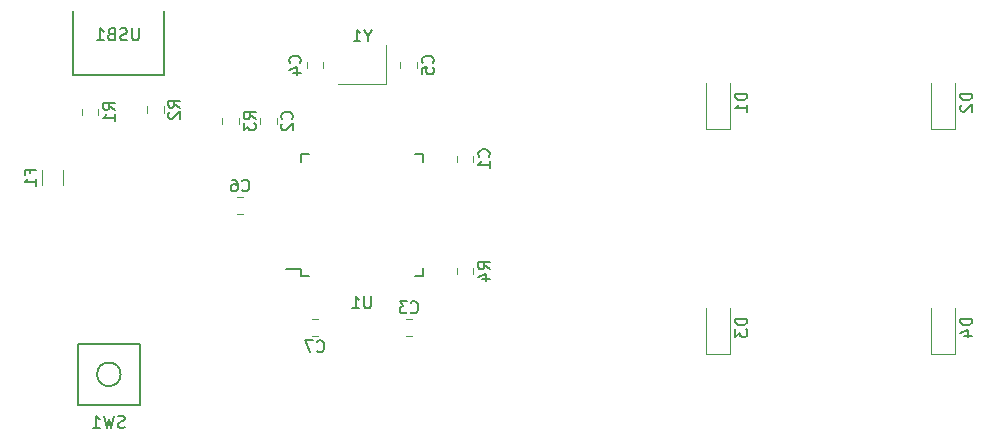
<source format=gbr>
G04 #@! TF.GenerationSoftware,KiCad,Pcbnew,(5.1.4)-1*
G04 #@! TF.CreationDate,2024-07-22T15:45:51+08:00*
G04 #@! TF.ProjectId,samo4k-pcb-test,73616d6f-346b-42d7-9063-622d74657374,rev?*
G04 #@! TF.SameCoordinates,Original*
G04 #@! TF.FileFunction,Legend,Bot*
G04 #@! TF.FilePolarity,Positive*
%FSLAX46Y46*%
G04 Gerber Fmt 4.6, Leading zero omitted, Abs format (unit mm)*
G04 Created by KiCad (PCBNEW (5.1.4)-1) date 2024-07-22 15:45:51*
%MOMM*%
%LPD*%
G04 APERTURE LIST*
%ADD10C,0.120000*%
%ADD11C,0.150000*%
G04 APERTURE END LIST*
D10*
X149637500Y-58800000D02*
X145637500Y-58800000D01*
X149637500Y-55500000D02*
X149637500Y-58800000D01*
D11*
X123150000Y-52578000D02*
X123150000Y-58028000D01*
X130850000Y-52578000D02*
X130850000Y-58028000D01*
X123150000Y-58028000D02*
X130850000Y-58028000D01*
X142462500Y-74450000D02*
X141187500Y-74450000D01*
X152812500Y-75025000D02*
X152137500Y-75025000D01*
X152812500Y-64675000D02*
X152137500Y-64675000D01*
X142462500Y-64675000D02*
X143137500Y-64675000D01*
X142462500Y-75025000D02*
X143137500Y-75025000D01*
X142462500Y-64675000D02*
X142462500Y-65350000D01*
X152812500Y-64675000D02*
X152812500Y-65350000D01*
X152812500Y-75025000D02*
X152812500Y-74350000D01*
X142462500Y-75025000D02*
X142462500Y-74450000D01*
X128806250Y-80743750D02*
X123606250Y-80743750D01*
X123606250Y-80743750D02*
X123606250Y-85943750D01*
X123606250Y-85943750D02*
X128806250Y-85943750D01*
X128806250Y-85943750D02*
X128806250Y-80743750D01*
X127206250Y-83343750D02*
G75*
G03X127206250Y-83343750I-1000000J0D01*
G01*
D10*
X155658750Y-74871078D02*
X155658750Y-74353922D01*
X157078750Y-74871078D02*
X157078750Y-74353922D01*
X135815000Y-62171078D02*
X135815000Y-61653922D01*
X137235000Y-62171078D02*
X137235000Y-61653922D01*
X129415000Y-61183578D02*
X129415000Y-60666422D01*
X130835000Y-61183578D02*
X130835000Y-60666422D01*
X123908750Y-61377328D02*
X123908750Y-60860172D01*
X125328750Y-61377328D02*
X125328750Y-60860172D01*
X122353750Y-66072936D02*
X122353750Y-67277064D01*
X120533750Y-66072936D02*
X120533750Y-67277064D01*
X197850000Y-81625000D02*
X197850000Y-77725000D01*
X195850000Y-81625000D02*
X195850000Y-77725000D01*
X197850000Y-81625000D02*
X195850000Y-81625000D01*
X178800000Y-81625000D02*
X178800000Y-77725000D01*
X176800000Y-81625000D02*
X176800000Y-77725000D01*
X178800000Y-81625000D02*
X176800000Y-81625000D01*
X197850000Y-62575000D02*
X197850000Y-58675000D01*
X195850000Y-62575000D02*
X195850000Y-58675000D01*
X197850000Y-62575000D02*
X195850000Y-62575000D01*
X178800000Y-62575000D02*
X178800000Y-58675000D01*
X176800000Y-62575000D02*
X176800000Y-58675000D01*
X178800000Y-62575000D02*
X176800000Y-62575000D01*
X143410172Y-78665000D02*
X143927328Y-78665000D01*
X143410172Y-80085000D02*
X143927328Y-80085000D01*
X137577328Y-69766250D02*
X137060172Y-69766250D01*
X137577328Y-68346250D02*
X137060172Y-68346250D01*
X150896250Y-57408578D02*
X150896250Y-56891422D01*
X152316250Y-57408578D02*
X152316250Y-56891422D01*
X144378750Y-56891422D02*
X144378750Y-57408578D01*
X142958750Y-56891422D02*
X142958750Y-57408578D01*
X151864828Y-80085000D02*
X151347672Y-80085000D01*
X151864828Y-78665000D02*
X151347672Y-78665000D01*
X138990000Y-62171078D02*
X138990000Y-61653922D01*
X140410000Y-62171078D02*
X140410000Y-61653922D01*
X155658750Y-65346078D02*
X155658750Y-64828922D01*
X157078750Y-65346078D02*
X157078750Y-64828922D01*
D11*
X148113690Y-54676190D02*
X148113690Y-55152380D01*
X148447023Y-54152380D02*
X148113690Y-54676190D01*
X147780357Y-54152380D01*
X146923214Y-55152380D02*
X147494642Y-55152380D01*
X147208928Y-55152380D02*
X147208928Y-54152380D01*
X147304166Y-54295238D01*
X147399404Y-54390476D01*
X147494642Y-54438095D01*
X128738095Y-54062380D02*
X128738095Y-54871904D01*
X128690476Y-54967142D01*
X128642857Y-55014761D01*
X128547619Y-55062380D01*
X128357142Y-55062380D01*
X128261904Y-55014761D01*
X128214285Y-54967142D01*
X128166666Y-54871904D01*
X128166666Y-54062380D01*
X127738095Y-55014761D02*
X127595238Y-55062380D01*
X127357142Y-55062380D01*
X127261904Y-55014761D01*
X127214285Y-54967142D01*
X127166666Y-54871904D01*
X127166666Y-54776666D01*
X127214285Y-54681428D01*
X127261904Y-54633809D01*
X127357142Y-54586190D01*
X127547619Y-54538571D01*
X127642857Y-54490952D01*
X127690476Y-54443333D01*
X127738095Y-54348095D01*
X127738095Y-54252857D01*
X127690476Y-54157619D01*
X127642857Y-54110000D01*
X127547619Y-54062380D01*
X127309523Y-54062380D01*
X127166666Y-54110000D01*
X126404761Y-54538571D02*
X126261904Y-54586190D01*
X126214285Y-54633809D01*
X126166666Y-54729047D01*
X126166666Y-54871904D01*
X126214285Y-54967142D01*
X126261904Y-55014761D01*
X126357142Y-55062380D01*
X126738095Y-55062380D01*
X126738095Y-54062380D01*
X126404761Y-54062380D01*
X126309523Y-54110000D01*
X126261904Y-54157619D01*
X126214285Y-54252857D01*
X126214285Y-54348095D01*
X126261904Y-54443333D01*
X126309523Y-54490952D01*
X126404761Y-54538571D01*
X126738095Y-54538571D01*
X125214285Y-55062380D02*
X125785714Y-55062380D01*
X125500000Y-55062380D02*
X125500000Y-54062380D01*
X125595238Y-54205238D01*
X125690476Y-54300476D01*
X125785714Y-54348095D01*
X148399404Y-76752380D02*
X148399404Y-77561904D01*
X148351785Y-77657142D01*
X148304166Y-77704761D01*
X148208928Y-77752380D01*
X148018452Y-77752380D01*
X147923214Y-77704761D01*
X147875595Y-77657142D01*
X147827976Y-77561904D01*
X147827976Y-76752380D01*
X146827976Y-77752380D02*
X147399404Y-77752380D01*
X147113690Y-77752380D02*
X147113690Y-76752380D01*
X147208928Y-76895238D01*
X147304166Y-76990476D01*
X147399404Y-77038095D01*
X127539583Y-87812511D02*
X127396726Y-87860130D01*
X127158630Y-87860130D01*
X127063392Y-87812511D01*
X127015773Y-87764892D01*
X126968154Y-87669654D01*
X126968154Y-87574416D01*
X127015773Y-87479178D01*
X127063392Y-87431559D01*
X127158630Y-87383940D01*
X127349107Y-87336321D01*
X127444345Y-87288702D01*
X127491964Y-87241083D01*
X127539583Y-87145845D01*
X127539583Y-87050607D01*
X127491964Y-86955369D01*
X127444345Y-86907750D01*
X127349107Y-86860130D01*
X127111011Y-86860130D01*
X126968154Y-86907750D01*
X126634821Y-86860130D02*
X126396726Y-87860130D01*
X126206250Y-87145845D01*
X126015773Y-87860130D01*
X125777678Y-86860130D01*
X124872916Y-87860130D02*
X125444345Y-87860130D01*
X125158630Y-87860130D02*
X125158630Y-86860130D01*
X125253869Y-87002988D01*
X125349107Y-87098226D01*
X125444345Y-87145845D01*
X158471130Y-74445833D02*
X157994940Y-74112500D01*
X158471130Y-73874404D02*
X157471130Y-73874404D01*
X157471130Y-74255357D01*
X157518750Y-74350595D01*
X157566369Y-74398214D01*
X157661607Y-74445833D01*
X157804464Y-74445833D01*
X157899702Y-74398214D01*
X157947321Y-74350595D01*
X157994940Y-74255357D01*
X157994940Y-73874404D01*
X157804464Y-75302976D02*
X158471130Y-75302976D01*
X157423511Y-75064880D02*
X158137797Y-74826785D01*
X158137797Y-75445833D01*
X138627380Y-61745833D02*
X138151190Y-61412500D01*
X138627380Y-61174404D02*
X137627380Y-61174404D01*
X137627380Y-61555357D01*
X137675000Y-61650595D01*
X137722619Y-61698214D01*
X137817857Y-61745833D01*
X137960714Y-61745833D01*
X138055952Y-61698214D01*
X138103571Y-61650595D01*
X138151190Y-61555357D01*
X138151190Y-61174404D01*
X137627380Y-62079166D02*
X137627380Y-62698214D01*
X138008333Y-62364880D01*
X138008333Y-62507738D01*
X138055952Y-62602976D01*
X138103571Y-62650595D01*
X138198809Y-62698214D01*
X138436904Y-62698214D01*
X138532142Y-62650595D01*
X138579761Y-62602976D01*
X138627380Y-62507738D01*
X138627380Y-62222023D01*
X138579761Y-62126785D01*
X138532142Y-62079166D01*
X132227380Y-60758333D02*
X131751190Y-60425000D01*
X132227380Y-60186904D02*
X131227380Y-60186904D01*
X131227380Y-60567857D01*
X131275000Y-60663095D01*
X131322619Y-60710714D01*
X131417857Y-60758333D01*
X131560714Y-60758333D01*
X131655952Y-60710714D01*
X131703571Y-60663095D01*
X131751190Y-60567857D01*
X131751190Y-60186904D01*
X131322619Y-61139285D02*
X131275000Y-61186904D01*
X131227380Y-61282142D01*
X131227380Y-61520238D01*
X131275000Y-61615476D01*
X131322619Y-61663095D01*
X131417857Y-61710714D01*
X131513095Y-61710714D01*
X131655952Y-61663095D01*
X132227380Y-61091666D01*
X132227380Y-61710714D01*
X126721130Y-60952083D02*
X126244940Y-60618750D01*
X126721130Y-60380654D02*
X125721130Y-60380654D01*
X125721130Y-60761607D01*
X125768750Y-60856845D01*
X125816369Y-60904464D01*
X125911607Y-60952083D01*
X126054464Y-60952083D01*
X126149702Y-60904464D01*
X126197321Y-60856845D01*
X126244940Y-60761607D01*
X126244940Y-60380654D01*
X126721130Y-61904464D02*
X126721130Y-61333035D01*
X126721130Y-61618750D02*
X125721130Y-61618750D01*
X125863988Y-61523511D01*
X125959226Y-61428273D01*
X126006845Y-61333035D01*
X119552321Y-66341666D02*
X119552321Y-66008333D01*
X120076130Y-66008333D02*
X119076130Y-66008333D01*
X119076130Y-66484523D01*
X120076130Y-67389285D02*
X120076130Y-66817857D01*
X120076130Y-67103571D02*
X119076130Y-67103571D01*
X119218988Y-67008333D01*
X119314226Y-66913095D01*
X119361845Y-66817857D01*
X199302380Y-78636904D02*
X198302380Y-78636904D01*
X198302380Y-78875000D01*
X198350000Y-79017857D01*
X198445238Y-79113095D01*
X198540476Y-79160714D01*
X198730952Y-79208333D01*
X198873809Y-79208333D01*
X199064285Y-79160714D01*
X199159523Y-79113095D01*
X199254761Y-79017857D01*
X199302380Y-78875000D01*
X199302380Y-78636904D01*
X198635714Y-80065476D02*
X199302380Y-80065476D01*
X198254761Y-79827380D02*
X198969047Y-79589285D01*
X198969047Y-80208333D01*
X180252380Y-78636904D02*
X179252380Y-78636904D01*
X179252380Y-78875000D01*
X179300000Y-79017857D01*
X179395238Y-79113095D01*
X179490476Y-79160714D01*
X179680952Y-79208333D01*
X179823809Y-79208333D01*
X180014285Y-79160714D01*
X180109523Y-79113095D01*
X180204761Y-79017857D01*
X180252380Y-78875000D01*
X180252380Y-78636904D01*
X179252380Y-79541666D02*
X179252380Y-80160714D01*
X179633333Y-79827380D01*
X179633333Y-79970238D01*
X179680952Y-80065476D01*
X179728571Y-80113095D01*
X179823809Y-80160714D01*
X180061904Y-80160714D01*
X180157142Y-80113095D01*
X180204761Y-80065476D01*
X180252380Y-79970238D01*
X180252380Y-79684523D01*
X180204761Y-79589285D01*
X180157142Y-79541666D01*
X199302380Y-59586904D02*
X198302380Y-59586904D01*
X198302380Y-59825000D01*
X198350000Y-59967857D01*
X198445238Y-60063095D01*
X198540476Y-60110714D01*
X198730952Y-60158333D01*
X198873809Y-60158333D01*
X199064285Y-60110714D01*
X199159523Y-60063095D01*
X199254761Y-59967857D01*
X199302380Y-59825000D01*
X199302380Y-59586904D01*
X198397619Y-60539285D02*
X198350000Y-60586904D01*
X198302380Y-60682142D01*
X198302380Y-60920238D01*
X198350000Y-61015476D01*
X198397619Y-61063095D01*
X198492857Y-61110714D01*
X198588095Y-61110714D01*
X198730952Y-61063095D01*
X199302380Y-60491666D01*
X199302380Y-61110714D01*
X180252380Y-59586904D02*
X179252380Y-59586904D01*
X179252380Y-59825000D01*
X179300000Y-59967857D01*
X179395238Y-60063095D01*
X179490476Y-60110714D01*
X179680952Y-60158333D01*
X179823809Y-60158333D01*
X180014285Y-60110714D01*
X180109523Y-60063095D01*
X180204761Y-59967857D01*
X180252380Y-59825000D01*
X180252380Y-59586904D01*
X180252380Y-61110714D02*
X180252380Y-60539285D01*
X180252380Y-60825000D02*
X179252380Y-60825000D01*
X179395238Y-60729761D01*
X179490476Y-60634523D01*
X179538095Y-60539285D01*
X143835416Y-81382142D02*
X143883035Y-81429761D01*
X144025892Y-81477380D01*
X144121130Y-81477380D01*
X144263988Y-81429761D01*
X144359226Y-81334523D01*
X144406845Y-81239285D01*
X144454464Y-81048809D01*
X144454464Y-80905952D01*
X144406845Y-80715476D01*
X144359226Y-80620238D01*
X144263988Y-80525000D01*
X144121130Y-80477380D01*
X144025892Y-80477380D01*
X143883035Y-80525000D01*
X143835416Y-80572619D01*
X143502083Y-80477380D02*
X142835416Y-80477380D01*
X143263988Y-81477380D01*
X137485416Y-67763392D02*
X137533035Y-67811011D01*
X137675892Y-67858630D01*
X137771130Y-67858630D01*
X137913988Y-67811011D01*
X138009226Y-67715773D01*
X138056845Y-67620535D01*
X138104464Y-67430059D01*
X138104464Y-67287202D01*
X138056845Y-67096726D01*
X138009226Y-67001488D01*
X137913988Y-66906250D01*
X137771130Y-66858630D01*
X137675892Y-66858630D01*
X137533035Y-66906250D01*
X137485416Y-66953869D01*
X136628273Y-66858630D02*
X136818750Y-66858630D01*
X136913988Y-66906250D01*
X136961607Y-66953869D01*
X137056845Y-67096726D01*
X137104464Y-67287202D01*
X137104464Y-67668154D01*
X137056845Y-67763392D01*
X137009226Y-67811011D01*
X136913988Y-67858630D01*
X136723511Y-67858630D01*
X136628273Y-67811011D01*
X136580654Y-67763392D01*
X136533035Y-67668154D01*
X136533035Y-67430059D01*
X136580654Y-67334821D01*
X136628273Y-67287202D01*
X136723511Y-67239583D01*
X136913988Y-67239583D01*
X137009226Y-67287202D01*
X137056845Y-67334821D01*
X137104464Y-67430059D01*
X153613392Y-56983333D02*
X153661011Y-56935714D01*
X153708630Y-56792857D01*
X153708630Y-56697619D01*
X153661011Y-56554761D01*
X153565773Y-56459523D01*
X153470535Y-56411904D01*
X153280059Y-56364285D01*
X153137202Y-56364285D01*
X152946726Y-56411904D01*
X152851488Y-56459523D01*
X152756250Y-56554761D01*
X152708630Y-56697619D01*
X152708630Y-56792857D01*
X152756250Y-56935714D01*
X152803869Y-56983333D01*
X152708630Y-57888095D02*
X152708630Y-57411904D01*
X153184821Y-57364285D01*
X153137202Y-57411904D01*
X153089583Y-57507142D01*
X153089583Y-57745238D01*
X153137202Y-57840476D01*
X153184821Y-57888095D01*
X153280059Y-57935714D01*
X153518154Y-57935714D01*
X153613392Y-57888095D01*
X153661011Y-57840476D01*
X153708630Y-57745238D01*
X153708630Y-57507142D01*
X153661011Y-57411904D01*
X153613392Y-57364285D01*
X142375892Y-56983333D02*
X142423511Y-56935714D01*
X142471130Y-56792857D01*
X142471130Y-56697619D01*
X142423511Y-56554761D01*
X142328273Y-56459523D01*
X142233035Y-56411904D01*
X142042559Y-56364285D01*
X141899702Y-56364285D01*
X141709226Y-56411904D01*
X141613988Y-56459523D01*
X141518750Y-56554761D01*
X141471130Y-56697619D01*
X141471130Y-56792857D01*
X141518750Y-56935714D01*
X141566369Y-56983333D01*
X141804464Y-57840476D02*
X142471130Y-57840476D01*
X141423511Y-57602380D02*
X142137797Y-57364285D01*
X142137797Y-57983333D01*
X151772916Y-78082142D02*
X151820535Y-78129761D01*
X151963392Y-78177380D01*
X152058630Y-78177380D01*
X152201488Y-78129761D01*
X152296726Y-78034523D01*
X152344345Y-77939285D01*
X152391964Y-77748809D01*
X152391964Y-77605952D01*
X152344345Y-77415476D01*
X152296726Y-77320238D01*
X152201488Y-77225000D01*
X152058630Y-77177380D01*
X151963392Y-77177380D01*
X151820535Y-77225000D01*
X151772916Y-77272619D01*
X151439583Y-77177380D02*
X150820535Y-77177380D01*
X151153869Y-77558333D01*
X151011011Y-77558333D01*
X150915773Y-77605952D01*
X150868154Y-77653571D01*
X150820535Y-77748809D01*
X150820535Y-77986904D01*
X150868154Y-78082142D01*
X150915773Y-78129761D01*
X151011011Y-78177380D01*
X151296726Y-78177380D01*
X151391964Y-78129761D01*
X151439583Y-78082142D01*
X141707142Y-61745833D02*
X141754761Y-61698214D01*
X141802380Y-61555357D01*
X141802380Y-61460119D01*
X141754761Y-61317261D01*
X141659523Y-61222023D01*
X141564285Y-61174404D01*
X141373809Y-61126785D01*
X141230952Y-61126785D01*
X141040476Y-61174404D01*
X140945238Y-61222023D01*
X140850000Y-61317261D01*
X140802380Y-61460119D01*
X140802380Y-61555357D01*
X140850000Y-61698214D01*
X140897619Y-61745833D01*
X140897619Y-62126785D02*
X140850000Y-62174404D01*
X140802380Y-62269642D01*
X140802380Y-62507738D01*
X140850000Y-62602976D01*
X140897619Y-62650595D01*
X140992857Y-62698214D01*
X141088095Y-62698214D01*
X141230952Y-62650595D01*
X141802380Y-62079166D01*
X141802380Y-62698214D01*
X158375892Y-64920833D02*
X158423511Y-64873214D01*
X158471130Y-64730357D01*
X158471130Y-64635119D01*
X158423511Y-64492261D01*
X158328273Y-64397023D01*
X158233035Y-64349404D01*
X158042559Y-64301785D01*
X157899702Y-64301785D01*
X157709226Y-64349404D01*
X157613988Y-64397023D01*
X157518750Y-64492261D01*
X157471130Y-64635119D01*
X157471130Y-64730357D01*
X157518750Y-64873214D01*
X157566369Y-64920833D01*
X158471130Y-65873214D02*
X158471130Y-65301785D01*
X158471130Y-65587500D02*
X157471130Y-65587500D01*
X157613988Y-65492261D01*
X157709226Y-65397023D01*
X157756845Y-65301785D01*
M02*

</source>
